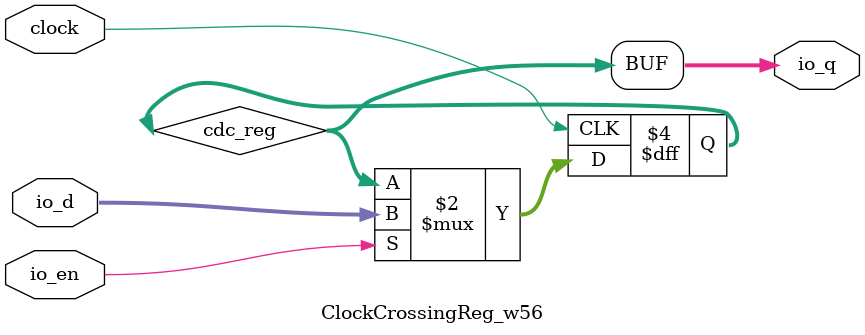
<source format=sv>
`ifndef RANDOMIZE
  `ifdef RANDOMIZE_MEM_INIT
    `define RANDOMIZE
  `endif // RANDOMIZE_MEM_INIT
`endif // not def RANDOMIZE
`ifndef RANDOMIZE
  `ifdef RANDOMIZE_REG_INIT
    `define RANDOMIZE
  `endif // RANDOMIZE_REG_INIT
`endif // not def RANDOMIZE

`ifndef RANDOM
  `define RANDOM $random
`endif // not def RANDOM

// Users can define INIT_RANDOM as general code that gets injected into the
// initializer block for modules with registers.
`ifndef INIT_RANDOM
  `define INIT_RANDOM
`endif // not def INIT_RANDOM

// If using random initialization, you can also define RANDOMIZE_DELAY to
// customize the delay used, otherwise 0.002 is used.
`ifndef RANDOMIZE_DELAY
  `define RANDOMIZE_DELAY 0.002
`endif // not def RANDOMIZE_DELAY

// Define INIT_RANDOM_PROLOG_ for use in our modules below.
`ifndef INIT_RANDOM_PROLOG_
  `ifdef RANDOMIZE
    `ifdef VERILATOR
      `define INIT_RANDOM_PROLOG_ `INIT_RANDOM
    `else  // VERILATOR
      `define INIT_RANDOM_PROLOG_ `INIT_RANDOM #`RANDOMIZE_DELAY begin end
    `endif // VERILATOR
  `else  // RANDOMIZE
    `define INIT_RANDOM_PROLOG_
  `endif // RANDOMIZE
`endif // not def INIT_RANDOM_PROLOG_

// Include register initializers in init blocks unless synthesis is set
`ifndef SYNTHESIS
  `ifndef ENABLE_INITIAL_REG_
    `define ENABLE_INITIAL_REG_
  `endif // not def ENABLE_INITIAL_REG_
`endif // not def SYNTHESIS

// Include rmemory initializers in init blocks unless synthesis is set
`ifndef SYNTHESIS
  `ifndef ENABLE_INITIAL_MEM_
    `define ENABLE_INITIAL_MEM_
  `endif // not def ENABLE_INITIAL_MEM_
`endif // not def SYNTHESIS

module ClockCrossingReg_w56(
  input         clock,
  input  [55:0] io_d,
  output [55:0] io_q,
  input         io_en
);

  reg [55:0] cdc_reg;
  always @(posedge clock) begin
    if (io_en)
      cdc_reg <= io_d;
  end // always @(posedge)
  `ifdef ENABLE_INITIAL_REG_
    `ifdef FIRRTL_BEFORE_INITIAL
      `FIRRTL_BEFORE_INITIAL
    `endif // FIRRTL_BEFORE_INITIAL
    logic [31:0] _RANDOM[0:1];
    initial begin
      `ifdef INIT_RANDOM_PROLOG_
        `INIT_RANDOM_PROLOG_
      `endif // INIT_RANDOM_PROLOG_
      `ifdef RANDOMIZE_REG_INIT
        for (logic [1:0] i = 2'h0; i < 2'h2; i += 2'h1) begin
          _RANDOM[i[0]] = `RANDOM;
        end
        cdc_reg = {_RANDOM[1'h0], _RANDOM[1'h1][23:0]};
      `endif // RANDOMIZE_REG_INIT
    end // initial
    `ifdef FIRRTL_AFTER_INITIAL
      `FIRRTL_AFTER_INITIAL
    `endif // FIRRTL_AFTER_INITIAL
  `endif // ENABLE_INITIAL_REG_
  assign io_q = cdc_reg;
endmodule


</source>
